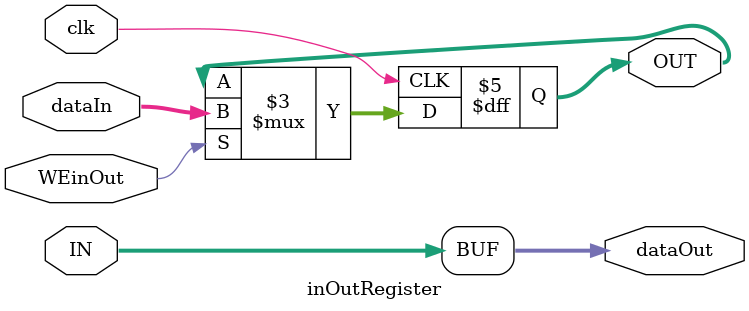
<source format=v>
/*
 Written By: Benjamin Zaporzan
 
 The In / Out register used in providing the input and output
 to and from the actual processing unit
 
 WEinOut - write enable used in writing to OUT of the processing unit
 
 !!!these are not to be confused!!!
 dataIn - [7:0] used to write data to the OUT register
 dataOut - [7:0] used to read data from the IN register 
 !!!!!!!!!!!!!!!!!!!!!!!!!!!!!!!!!!
 
 IN - [7:0] used to store data within the processor
 OUT - [7:0] used to receive data from within the processor
 
 
 clk - the clock
 */


`ifndef INOUTREG_V
`define INOUTREG_V

module inOutRegister(WEinOut,
		     dataIn,
		     dataOut,
		     IN,OUT,
		     clk);

   input [7:0] IN, dataIn;
   input       WEinOut,clk;
   
   output reg [7:0] OUT;
   output [7:0] dataOut;

   
   assign dataOut = IN;
   always @(negedge clk) begin
      if (WEinOut)
	OUT = dataIn;
   end
endmodule // inOutRegister

`endif //INOUTREG_V
</source>
